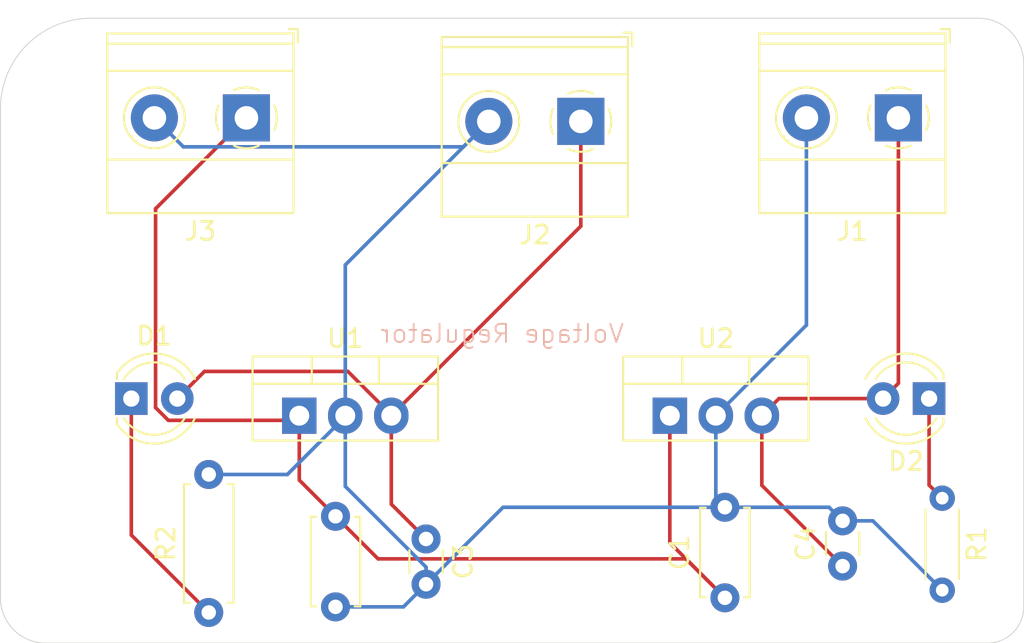
<source format=kicad_pcb>
(kicad_pcb (version 20240108) (generator "pcbnew") (generator_version "8.0")
  (layers (0 "F.Cu" signal) (31 "B.Cu" signal) (34 "B.Paste" user) (35 "F.Paste" user) (36 "B.SilkS" user "B.Silkscreen") (37 "F.SilkS" user "F.Silkscreen") (38 "B.Mask" user) (39 "F.Mask" user) (44 "Edge.Cuts" user))
  (net 0 "")
  (net 1 "+12V")
  (net 2 "GND")
  (net 3 "/9V Out")
  (net 4 "/5V Out")
  (net 5 "Net-(D1-K)")
  (net 6 "Net-(D2-K)")
  (footprint "Resistor_THT:R_Axial_DIN0204_L3.6mm_D1.6mm_P5.08mm_Horizontal" (layer "F.Cu") (at 162 79 -90)
    (property "Reference" "R1" (at 2.54 -1.92 90) (layer "F.SilkS"))
    (property "Value" "330 Ohm")
    (fp_line (start 0.62 0.92) (end 4.46 0.92) (stroke (width 0.12)) (layer "F.SilkS"))
    (fp_line (start 0.62 -0.92) (end 4.46 -0.92) (stroke (width 0.12)) (layer "F.SilkS"))
    (pad "1" thru_hole circle (at 0 0 270) (size 1.4 1.4) (drill 0.7) (layers "*.Cu" "*.Mask") (net 6 "Net-(D2-K)"))
    (pad "2" thru_hole oval (at 5.08 0 270) (size 1.4 1.4) (drill 0.7) (layers "*.Cu" "*.Mask") (net 2 "GND"))
  )
  (footprint "Capacitor_THT:C_Disc_D3.0mm_W1.6mm_P2.50mm" (layer "F.Cu") (at 156.5 82.75 90)
    (property "Reference" "C4" (at 1.25 -2.05 90) (layer "F.SilkS"))
    (property "Value" "0.1uF")
    (fp_line (start 0.621 -0.92) (end 1.879 -0.92) (stroke (width 0.12)) (layer "F.SilkS"))
    (fp_line (start 0.621 0.92) (end 1.879 0.92) (stroke (width 0.12)) (layer "F.SilkS"))
    (pad "1" thru_hole circle (at 0 0 90) (size 1.6 1.6) (drill 0.8) (layers "*.Cu" "*.Mask") (net 4 "/5V Out"))
    (pad "2" thru_hole circle (at 2.5 0 90) (size 1.6 1.6) (drill 0.8) (layers "*.Cu" "*.Mask") (net 2 "GND"))
  )
  (footprint "TerminalBlock_Phoenix:TerminalBlock_Phoenix_MKDS-1,5-2-5.08_1x02_P5.08mm_Horizontal" (layer "F.Cu") (at 142.045 58.195 180)
    (property "Reference" "J2" (at 2.54 -6.26 360) (layer "F.SilkS"))
    (property "Value" "Screw_Terminal_01x02")
    (fp_line (start 7.68 -5.261) (end 7.68 4.66) (stroke (width 0.12)) (layer "F.SilkS"))
    (fp_line (start 6.355 -1.069) (end 6.308 -1.023) (stroke (width 0.12)) (layer "F.SilkS"))
    (fp_line (start 6.15 -1.275) (end 6.115 -1.239) (stroke (width 0.12)) (layer "F.SilkS"))
    (fp_line (start 4.046 1.239) (end 4.011 1.274) (stroke (width 0.12)) (layer "F.SilkS"))
    (fp_line (start 3.853 1.023) (end 3.806 1.069) (stroke (width 0.12)) (layer "F.SilkS"))
    (fp_line (start -2.6 4.66) (end 7.68 4.66) (stroke (width 0.12)) (layer "F.SilkS"))
    (fp_line (start -2.6 4.1) (end 7.68 4.1) (stroke (width 0.12)) (layer "F.SilkS"))
    (fp_line (start -2.6 2.6) (end 7.68 2.6) (stroke (width 0.12)) (layer "F.SilkS"))
    (fp_line (start -2.6 -2.301) (end 7.68 -2.301) (stroke (width 0.12)) (layer "F.SilkS"))
    (fp_line (start -2.6 -5.261) (end 7.68 -5.261) (stroke (width 0.12)) (layer "F.SilkS"))
    (fp_line (start -2.6 -5.261) (end -2.6 4.66) (stroke (width 0.12)) (layer "F.SilkS"))
    (fp_line (start -2.84 4.9) (end -2.34 4.9) (stroke (width 0.12)) (layer "F.SilkS"))
    (fp_line (start -2.84 4.16) (end -2.84 4.9) (stroke (width 0.12)) (layer "F.SilkS"))
    (fp_arc (start 1.535427 -0.683042) (mid 1.680501 0.000524) (end 1.535 0.684) (stroke (width 0.12)) (layer "F.SilkS"))
    (fp_arc (start 0.683318 1.534756) (mid 0.349292 1.643288) (end 0 1.68) (stroke (width 0.12)) (layer "F.SilkS"))
    (fp_arc (start 0.028805 1.680253) (mid -0.335551 1.646659) (end -0.684 1.535) (stroke (width 0.12)) (layer "F.SilkS"))
    (fp_arc (start -0.683042 -1.535427) (mid 0.000524 -1.680501) (end 0.684 -1.535) (stroke (width 0.12)) (layer "F.SilkS"))
    (fp_arc (start -1.535427 0.683042) (mid -1.680501 -0.000524) (end -1.535 -0.684) (stroke (width 0.12)) (layer "F.SilkS"))
    (fp_circle (center 5.08 0) (end 6.76 0) (stroke (width 0.12)) (fill none) (layer "F.SilkS"))
    (pad "1" thru_hole rect (at 0 0 180) (size 2.6 2.6) (drill 1.3) (layers "*.Cu" "*.Mask") (net 3 "/9V Out"))
    (pad "2" thru_hole circle (at 5.08 0 180) (size 2.6 2.6) (drill 1.3) (layers "*.Cu" "*.Mask") (net 2 "GND"))
  )
  (footprint "LED_THT:LED_D4.0mm" (layer "F.Cu") (at 117.225 73.5)
    (property "Reference" "D1" (at 1.27 -3.46 0) (layer "F.SilkS"))
    (property "Value" "LED")
    (fp_line (start -0.79 -1.399) (end -0.79 -1.08) (stroke (width 0.12)) (layer "F.SilkS"))
    (fp_line (start -0.79 1.08) (end -0.79 1.399) (stroke (width 0.12)) (layer "F.SilkS"))
    (fp_arc (start -0.79 -1.398749) (mid 1.453519 -2.483228) (end 3.513242 -1.080724) (stroke (width 0.12)) (layer "F.SilkS"))
    (fp_arc (start -0.41333 -1.08) (mid 1.269429 -2) (end 2.952713 -1.080961) (stroke (width 0.12)) (layer "F.SilkS"))
    (fp_arc (start 2.952713 1.080961) (mid 1.269429 2) (end -0.41333 1.08) (stroke (width 0.12)) (layer "F.SilkS"))
    (fp_arc (start 3.513242 1.080724) (mid 1.453519 2.483228) (end -0.79 1.398749) (stroke (width 0.12)) (layer "F.SilkS"))
    (pad "1" thru_hole rect (at 0 0) (size 1.8 1.8) (drill 0.9) (layers "*.Cu" "*.Mask") (net 5 "Net-(D1-K)"))
    (pad "2" thru_hole circle (at 2.54 0) (size 1.8 1.8) (drill 0.9) (layers "*.Cu" "*.Mask") (net 3 "/9V Out"))
  )
  (footprint "Capacitor_THT:C_Disc_D4.7mm_W2.5mm_P5.00mm" (layer "F.Cu") (at 128.5 80 -90)
    (property "Reference" "C2" (hide yes))
    (property "Value" "0.33uF")
    (fp_line (start 0.03 1.37) (end 4.97 1.37) (stroke (width 0.12)) (layer "F.SilkS"))
    (fp_line (start 0.03 1.055) (end 0.03 1.37) (stroke (width 0.12)) (layer "F.SilkS"))
    (fp_line (start 4.97 1.055) (end 4.97 1.37) (stroke (width 0.12)) (layer "F.SilkS"))
    (fp_line (start 0.03 -1.37) (end 0.03 -1.055) (stroke (width 0.12)) (layer "F.SilkS"))
    (fp_line (start 0.03 -1.37) (end 4.97 -1.37) (stroke (width 0.12)) (layer "F.SilkS"))
    (fp_line (start 4.97 -1.37) (end 4.97 -1.055) (stroke (width 0.12)) (layer "F.SilkS"))
    (pad "1" thru_hole circle (at 0 0 270) (size 1.6 1.6) (drill 0.8) (layers "*.Cu" "*.Mask") (net 1 "+12V"))
    (pad "2" thru_hole circle (at 5 0 270) (size 1.6 1.6) (drill 0.8) (layers "*.Cu" "*.Mask") (net 2 "GND"))
  )
  (footprint "Resistor_THT:R_Axial_DIN0207_L6.3mm_D2.5mm_P7.62mm_Horizontal" (layer "F.Cu") (at 121.5 85.31 90)
    (property "Reference" "R2" (at 3.81 -2.37 90) (layer "F.SilkS"))
    (property "Value" "1 K ohm")
    (fp_line (start 7.08 -1.37) (end 7.08 -1.04) (stroke (width 0.12)) (layer "F.SilkS"))
    (fp_line (start 0.54 -1.37) (end 7.08 -1.37) (stroke (width 0.12)) (layer "F.SilkS"))
    (fp_line (start 0.54 -1.04) (end 0.54 -1.37) (stroke (width 0.12)) (layer "F.SilkS"))
    (fp_line (start 0.54 1.04) (end 0.54 1.37) (stroke (width 0.12)) (layer "F.SilkS"))
    (fp_line (start 7.08 1.37) (end 7.08 1.04) (stroke (width 0.12)) (layer "F.SilkS"))
    (fp_line (start 0.54 1.37) (end 7.08 1.37) (stroke (width 0.12)) (layer "F.SilkS"))
    (pad "1" thru_hole circle (at 0 0 90) (size 1.6 1.6) (drill 0.8) (layers "*.Cu" "*.Mask") (net 5 "Net-(D1-K)"))
    (pad "2" thru_hole oval (at 7.62 0 90) (size 1.6 1.6) (drill 0.8) (layers "*.Cu" "*.Mask") (net 2 "GND"))
  )
  (footprint "TerminalBlock_Phoenix:TerminalBlock_Phoenix_MKDS-1,5-2-5.08_1x02_P5.08mm_Horizontal" (layer "F.Cu") (at 123.58 58 180)
    (property "Reference" "J3" (at 2.54 -6.26 360) (layer "F.SilkS"))
    (property "Value" "Screw_Terminal_01x02")
    (fp_line (start 7.68 -5.261) (end 7.68 4.66) (stroke (width 0.12)) (layer "F.SilkS"))
    (fp_line (start 6.355 -1.069) (end 6.308 -1.023) (stroke (width 0.12)) (layer "F.SilkS"))
    (fp_line (start 6.15 -1.275) (end 6.115 -1.239) (stroke (width 0.12)) (layer "F.SilkS"))
    (fp_line (start 4.046 1.239) (end 4.011 1.274) (stroke (width 0.12)) (layer "F.SilkS"))
    (fp_line (start 3.853 1.023) (end 3.806 1.069) (stroke (width 0.12)) (layer "F.SilkS"))
    (fp_line (start -2.6 4.66) (end 7.68 4.66) (stroke (width 0.12)) (layer "F.SilkS"))
    (fp_line (start -2.6 4.1) (end 7.68 4.1) (stroke (width 0.12)) (layer "F.SilkS"))
    (fp_line (start -2.6 2.6) (end 7.68 2.6) (stroke (width 0.12)) (layer "F.SilkS"))
    (fp_line (start -2.6 -2.301) (end 7.68 -2.301) (stroke (width 0.12)) (layer "F.SilkS"))
    (fp_line (start -2.6 -5.261) (end 7.68 -5.261) (stroke (width 0.12)) (layer "F.SilkS"))
    (fp_line (start -2.6 -5.261) (end -2.6 4.66) (stroke (width 0.12)) (layer "F.SilkS"))
    (fp_line (start -2.84 4.9) (end -2.34 4.9) (stroke (width 0.12)) (layer "F.SilkS"))
    (fp_line (start -2.84 4.16) (end -2.84 4.9) (stroke (width 0.12)) (layer "F.SilkS"))
    (fp_arc (start 1.535427 -0.683042) (mid 1.680501 0.000524) (end 1.535 0.684) (stroke (width 0.12)) (layer "F.SilkS"))
    (fp_arc (start 0.683318 1.534756) (mid 0.349292 1.643288) (end 0 1.68) (stroke (width 0.12)) (layer "F.SilkS"))
    (fp_arc (start 0.028805 1.680253) (mid -0.335551 1.646659) (end -0.684 1.535) (stroke (width 0.12)) (layer "F.SilkS"))
    (fp_arc (start -0.683042 -1.535427) (mid 0.000524 -1.680501) (end 0.684 -1.535) (stroke (width 0.12)) (layer "F.SilkS"))
    (fp_arc (start -1.535427 0.683042) (mid -1.680501 -0.000524) (end -1.535 -0.684) (stroke (width 0.12)) (layer "F.SilkS"))
    (fp_circle (center 5.08 0) (end 6.76 0) (stroke (width 0.12)) (fill none) (layer "F.SilkS"))
    (pad "1" thru_hole rect (at 0 0 180) (size 2.6 2.6) (drill 1.3) (layers "*.Cu" "*.Mask") (net 1 "+12V"))
    (pad "2" thru_hole circle (at 5.08 0 180) (size 2.6 2.6) (drill 1.3) (layers "*.Cu" "*.Mask") (net 2 "GND"))
  )
  (footprint "LED_THT:LED_D4.0mm" (layer "F.Cu") (at 161.275 73.5 180)
    (property "Reference" "D2" (at 1.27 -3.46 360) (layer "F.SilkS"))
    (property "Value" "LED")
    (fp_line (start -0.79 1.08) (end -0.79 1.399) (stroke (width 0.12)) (layer "F.SilkS"))
    (fp_line (start -0.79 -1.399) (end -0.79 -1.08) (stroke (width 0.12)) (layer "F.SilkS"))
    (fp_arc (start 3.513242 1.080724) (mid 1.453519 2.483228) (end -0.79 1.398749) (stroke (width 0.12)) (layer "F.SilkS"))
    (fp_arc (start 2.952713 1.080961) (mid 1.269429 2) (end -0.41333 1.08) (stroke (width 0.12)) (layer "F.SilkS"))
    (fp_arc (start -0.41333 -1.08) (mid 1.269429 -2) (end 2.952713 -1.080961) (stroke (width 0.12)) (layer "F.SilkS"))
    (fp_arc (start -0.79 -1.398749) (mid 1.453519 -2.483228) (end 3.513242 -1.080724) (stroke (width 0.12)) (layer "F.SilkS"))
    (pad "1" thru_hole rect (at 0 0 180) (size 1.8 1.8) (drill 0.9) (layers "*.Cu" "*.Mask") (net 6 "Net-(D2-K)"))
    (pad "2" thru_hole circle (at 2.54 0 180) (size 1.8 1.8) (drill 0.9) (layers "*.Cu" "*.Mask") (net 4 "/5V Out"))
  )
  (footprint "Package_TO_SOT_THT:TO-220-3_Vertical" (layer "F.Cu") (at 126.5 74.445)
    (property "Reference" "U1" (at 2.54 -4.27 0) (layer "F.SilkS"))
    (property "Value" "L7809")
    (fp_line (start -2.58 -3.27) (end -2.58 1.371) (stroke (width 0.12)) (layer "F.SilkS"))
    (fp_line (start -2.58 -3.27) (end 7.66 -3.27) (stroke (width 0.12)) (layer "F.SilkS"))
    (fp_line (start -2.58 -1.76) (end 7.66 -1.76) (stroke (width 0.12)) (layer "F.SilkS"))
    (fp_line (start -2.58 1.371) (end 7.66 1.371) (stroke (width 0.12)) (layer "F.SilkS"))
    (fp_line (start 0.69 -3.27) (end 0.69 -1.76) (stroke (width 0.12)) (layer "F.SilkS"))
    (fp_line (start 4.391 -3.27) (end 4.391 -1.76) (stroke (width 0.12)) (layer "F.SilkS"))
    (fp_line (start 7.66 -3.27) (end 7.66 1.371) (stroke (width 0.12)) (layer "F.SilkS"))
    (pad "1" thru_hole rect (at 0 0) (size 1.905 2) (drill 1.1) (layers "*.Cu" "*.Mask") (net 1 "+12V"))
    (pad "2" thru_hole oval (at 2.54 0) (size 1.905 2) (drill 1.1) (layers "*.Cu" "*.Mask") (net 2 "GND"))
    (pad "3" thru_hole oval (at 5.08 0) (size 1.905 2) (drill 1.1) (layers "*.Cu" "*.Mask") (net 3 "/9V Out"))
  )
  (footprint "Capacitor_THT:C_Disc_D3.0mm_W1.6mm_P2.50mm" (layer "F.Cu") (at 133.5 81.25 -90)
    (property "Reference" "C3" (at 1.25 -2.05 90) (layer "F.SilkS"))
    (property "Value" "0.1uF")
    (fp_line (start 0.621 0.92) (end 1.879 0.92) (stroke (width 0.12)) (layer "F.SilkS"))
    (fp_line (start 0.621 -0.92) (end 1.879 -0.92) (stroke (width 0.12)) (layer "F.SilkS"))
    (pad "1" thru_hole circle (at 0 0 270) (size 1.6 1.6) (drill 0.8) (layers "*.Cu" "*.Mask") (net 3 "/9V Out"))
    (pad "2" thru_hole circle (at 2.5 0 270) (size 1.6 1.6) (drill 0.8) (layers "*.Cu" "*.Mask") (net 2 "GND"))
  )
  (footprint "TerminalBlock_Phoenix:TerminalBlock_Phoenix_MKDS-1,5-2-5.08_1x02_P5.08mm_Horizontal" (layer "F.Cu") (at 159.58 58 180)
    (property "Reference" "J1" (at 2.54 -6.26 360) (layer "F.SilkS"))
    (property "Value" "Screw_Terminal_01x02")
    (fp_line (start 7.68 -5.261) (end 7.68 4.66) (stroke (width 0.12)) (layer "F.SilkS"))
    (fp_line (start 6.355 -1.069) (end 6.308 -1.023) (stroke (width 0.12)) (layer "F.SilkS"))
    (fp_line (start 6.15 -1.275) (end 6.115 -1.239) (stroke (width 0.12)) (layer "F.SilkS"))
    (fp_line (start 4.046 1.239) (end 4.011 1.274) (stroke (width 0.12)) (layer "F.SilkS"))
    (fp_line (start 3.853 1.023) (end 3.806 1.069) (stroke (width 0.12)) (layer "F.SilkS"))
    (fp_line (start -2.6 4.66) (end 7.68 4.66) (stroke (width 0.12)) (layer "F.SilkS"))
    (fp_line (start -2.6 4.1) (end 7.68 4.1) (stroke (width 0.12)) (layer "F.SilkS"))
    (fp_line (start -2.6 2.6) (end 7.68 2.6) (stroke (width 0.12)) (layer "F.SilkS"))
    (fp_line (start -2.6 -2.301) (end 7.68 -2.301) (stroke (width 0.12)) (layer "F.SilkS"))
    (fp_line (start -2.6 -5.261) (end 7.68 -5.261) (stroke (width 0.12)) (layer "F.SilkS"))
    (fp_line (start -2.6 -5.261) (end -2.6 4.66) (stroke (width 0.12)) (layer "F.SilkS"))
    (fp_line (start -2.84 4.9) (end -2.34 4.9) (stroke (width 0.12)) (layer "F.SilkS"))
    (fp_line (start -2.84 4.16) (end -2.84 4.9) (stroke (width 0.12)) (layer "F.SilkS"))
    (fp_arc (start 1.535427 -0.683042) (mid 1.680501 0.000524) (end 1.535 0.684) (stroke (width 0.12)) (layer "F.SilkS"))
    (fp_arc (start 0.683318 1.534756) (mid 0.349292 1.643288) (end 0 1.68) (stroke (width 0.12)) (layer "F.SilkS"))
    (fp_arc (start 0.028805 1.680253) (mid -0.335551 1.646659) (end -0.684 1.535) (stroke (width 0.12)) (layer "F.SilkS"))
    (fp_arc (start -0.683042 -1.535427) (mid 0.000524 -1.680501) (end 0.684 -1.535) (stroke (width 0.12)) (layer "F.SilkS"))
    (fp_arc (start -1.535427 0.683042) (mid -1.680501 -0.000524) (end -1.535 -0.684) (stroke (width 0.12)) (layer "F.SilkS"))
    (fp_circle (center 5.08 0) (end 6.76 0) (stroke (width 0.12)) (fill none) (layer "F.SilkS"))
    (pad "1" thru_hole rect (at 0 0 180) (size 2.6 2.6) (drill 1.3) (layers "*.Cu" "*.Mask") (net 4 "/5V Out"))
    (pad "2" thru_hole circle (at 5.08 0 180) (size 2.6 2.6) (drill 1.3) (layers "*.Cu" "*.Mask") (net 2 "GND"))
  )
  (footprint "Package_TO_SOT_THT:TO-220-3_Vertical" (layer "F.Cu") (at 146.96 74.445)
    (property "Reference" "U2" (at 2.54 -4.27 360) (layer "F.SilkS"))
    (property "Value" "L7805")
    (fp_line (start -2.58 -3.27) (end -2.58 1.371) (stroke (width 0.12)) (layer "F.SilkS"))
    (fp_line (start -2.58 -3.27) (end 7.66 -3.27) (stroke (width 0.12)) (layer "F.SilkS"))
    (fp_line (start -2.58 -1.76) (end 7.66 -1.76) (stroke (width 0.12)) (layer "F.SilkS"))
    (fp_line (start -2.58 1.371) (end 7.66 1.371) (stroke (width 0.12)) (layer "F.SilkS"))
    (fp_line (start 0.69 -3.27) (end 0.69 -1.76) (stroke (width 0.12)) (layer "F.SilkS"))
    (fp_line (start 4.391 -3.27) (end 4.391 -1.76) (stroke (width 0.12)) (layer "F.SilkS"))
    (fp_line (start 7.66 -3.27) (end 7.66 1.371) (stroke (width 0.12)) (layer "F.SilkS"))
    (pad "1" thru_hole rect (at 0 0) (size 1.905 2) (drill 1.1) (layers "*.Cu" "*.Mask") (net 1 "+12V"))
    (pad "2" thru_hole oval (at 2.54 0) (size 1.905 2) (drill 1.1) (layers "*.Cu" "*.Mask") (net 2 "GND"))
    (pad "3" thru_hole oval (at 5.08 0) (size 1.905 2) (drill 1.1) (layers "*.Cu" "*.Mask") (net 4 "/5V Out"))
  )
  (footprint "Capacitor_THT:C_Disc_D4.7mm_W2.5mm_P5.00mm" (layer "F.Cu") (at 150 84.5 90)
    (property "Reference" "C1" (at 2.5 -2.5 90) (layer "F.SilkS"))
    (property "Value" "0.33uF")
    (fp_line (start 4.97 -1.37) (end 4.97 -1.055) (stroke (width 0.12)) (layer "F.SilkS"))
    (fp_line (start 0.03 -1.37) (end 4.97 -1.37) (stroke (width 0.12)) (layer "F.SilkS"))
    (fp_line (start 0.03 -1.37) (end 0.03 -1.055) (stroke (width 0.12)) (layer "F.SilkS"))
    (fp_line (start 4.97 1.055) (end 4.97 1.37) (stroke (width 0.12)) (layer "F.SilkS"))
    (fp_line (start 0.03 1.055) (end 0.03 1.37) (stroke (width 0.12)) (layer "F.SilkS"))
    (fp_line (start 0.03 1.37) (end 4.97 1.37) (stroke (width 0.12)) (layer "F.SilkS"))
    (pad "1" thru_hole circle (at 0 0 90) (size 1.6 1.6) (drill 0.8) (layers "*.Cu" "*.Mask") (net 1 "+12V"))
    (pad "2" thru_hole circle (at 5 0 90) (size 1.6 1.6) (drill 0.8) (layers "*.Cu" "*.Mask") (net 2 "GND"))
  )
  (gr_arc (start 110 57.5) (mid 111.464466 53.964466) (end 115 52.5) (stroke (width 0.05)) (layer "Edge.Cuts"))
  (gr_arc (start 112.5 87) (mid 110.732233 86.267767) (end 110 84.5) (stroke (width 0.05)) (layer "Edge.Cuts"))
  (gr_line (start 115 52.5) (end 164 52.5) (stroke (width 0.05)) (layer "Edge.Cuts"))
  (gr_line (start 110 84.5) (end 110 57.5) (stroke (width 0.05)) (layer "Edge.Cuts"))
  (gr_line (start 166.5 55) (end 166.5 85) (stroke (width 0.05)) (layer "Edge.Cuts"))
  (gr_line (start 164.5 87) (end 112.5 87) (stroke (width 0.05)) (layer "Edge.Cuts"))
  (gr_arc (start 164 52.5) (mid 165.767767 53.232233) (end 166.5 55) (stroke (width 0.05)) (layer "Edge.Cuts"))
  (gr_arc (start 166.5 85) (mid 165.914214 86.414214) (end 164.5 87) (stroke (width 0.05)) (layer "Edge.Cuts"))
  (gr_text "Voltage Regulator" (at 144.5 70.5 0) (layer "B.SilkS") (effects (font (size 1 1) (thickness 0.1)) (justify left bottom mirror)))
  (segment (start 123.58 58) (end 118.565 63.015) (width 0.2) (layer "F.Cu") (net 1))
  (segment (start 150 84.5) (end 147.85 82.35) (width 0.2) (layer "F.Cu") (net 1))
  (segment (start 119.267943 74.7) (end 126.245 74.7) (width 0.2) (layer "F.Cu") (net 1))
  (segment (start 130.85 82.35) (end 128.5 80) (width 0.2) (layer "F.Cu") (net 1))
  (segment (start 147.85 82.35) (end 130.85 82.35) (width 0.2) (layer "F.Cu") (net 1))
  (segment (start 126.5 78) (end 128.5 80) (width 0.2) (layer "F.Cu") (net 1))
  (segment (start 126.5 74.445) (end 126.5 78) (width 0.2) (layer "F.Cu") (net 1))
  (segment (start 146.96 74.445) (end 146.96 81.46) (width 0.2) (layer "F.Cu") (net 1))
  (segment (start 118.565 63.015) (end 118.565 73.997057) (width 0.2) (layer "F.Cu") (net 1))
  (segment (start 118.565 73.997057) (end 119.267943 74.7) (width 0.2) (layer "F.Cu") (net 1))
  (segment (start 146.96 81.46) (end 150 84.5) (width 0.2) (layer "F.Cu") (net 1))
  (segment (start 126.245 74.7) (end 126.5 74.445) (width 0.2) (layer "F.Cu") (net 1))
  (segment (start 132.25 85) (end 128.5 85) (width 0.2) (layer "B.Cu") (net 2))
  (segment (start 150 79.5) (end 137.75 79.5) (width 0.2) (layer "B.Cu") (net 2))
  (segment (start 125.8425 77.69) (end 121.5 77.69) (width 0.2) (layer "B.Cu") (net 2))
  (segment (start 134.125 83.125) (end 133.5 83.75) (width 0.2) (layer "B.Cu") (net 2))
  (segment (start 129.04 74.4925) (end 125.8425 77.69) (width 0.2) (layer "B.Cu") (net 2))
  (segment (start 120.1 59.6) (end 118.5 58) (width 0.2) (layer "B.Cu") (net 2))
  (segment (start 133.5 83.75) (end 133.5 82.805635) (width 0.2) (layer "B.Cu") (net 2))
  (segment (start 135.56 59.6) (end 120.1 59.6) (width 0.2) (layer "B.Cu") (net 2))
  (segment (start 155.75 79.5) (end 156.5 80.25) (width 0.2) (layer "B.Cu") (net 2))
  (segment (start 129.04 66.12) (end 129.04 74.445) (width 0.2) (layer "B.Cu") (net 2))
  (segment (start 154.5 69.445) (end 149.5 74.445) (width 0.2) (layer "B.Cu") (net 2))
  (segment (start 158.17 80.25) (end 162 84.08) (width 0.2) (layer "B.Cu") (net 2))
  (segment (start 154.5 58) (end 154.5 69.445) (width 0.2) (layer "B.Cu") (net 2))
  (segment (start 129.04 74.445) (end 129.04 74.4925) (width 0.2) (layer "B.Cu") (net 2))
  (segment (start 149.5 74.445) (end 149.5 79) (width 0.2) (layer "B.Cu") (net 2))
  (segment (start 133.5 82.805635) (end 129.04 78.345635) (width 0.2) (layer "B.Cu") (net 2))
  (segment (start 150 79.5) (end 155.75 79.5) (width 0.2) (layer "B.Cu") (net 2))
  (segment (start 129.04 78.345635) (end 129.04 74.445) (width 0.2) (layer "B.Cu") (net 2))
  (segment (start 149.5 79) (end 150 79.5) (width 0.2) (layer "B.Cu") (net 2))
  (segment (start 134.125 83.125) (end 132.25 85) (width 0.2) (layer "B.Cu") (net 2))
  (segment (start 136.965 58.195) (end 129.04 66.12) (width 0.2) (layer "B.Cu") (net 2))
  (segment (start 136.965 58.195) (end 135.56 59.6) (width 0.2) (layer "B.Cu") (net 2))
  (segment (start 137.75 79.5) (end 134.125 83.125) (width 0.2) (layer "B.Cu") (net 2))
  (segment (start 156.5 80.25) (end 158.17 80.25) (width 0.2) (layer "B.Cu") (net 2))
  (segment (start 131.58 74.445) (end 131.58 79.33) (width 0.2) (layer "F.Cu") (net 3))
  (segment (start 142.045 63.98) (end 131.58 74.445) (width 0.2) (layer "F.Cu") (net 3))
  (segment (start 131.58 74.445) (end 131.58 74.3975) (width 0.2) (layer "F.Cu") (net 3))
  (segment (start 129.1825 72) (end 121.265 72) (width 0.2) (layer "F.Cu") (net 3))
  (segment (start 142.045 58.195) (end 142.045 63.98) (width 0.2) (layer "F.Cu") (net 3))
  (segment (start 131.58 74.3975) (end 129.1825 72) (width 0.2) (layer "F.Cu") (net 3))
  (segment (start 121.265 72) (end 119.765 73.5) (width 0.2) (layer "F.Cu") (net 3))
  (segment (start 131.58 79.33) (end 133.5 81.25) (width 0.2) (layer "F.Cu") (net 3))
  (segment (start 152.04 78.29) (end 156.5 82.75) (width 0.2) (layer "F.Cu") (net 4))
  (segment (start 152.985 73.5) (end 152.04 74.445) (width 0.2) (layer "F.Cu") (net 4))
  (segment (start 159.58 72.655) (end 158.735 73.5) (width 0.2) (layer "F.Cu") (net 4))
  (segment (start 159.58 58) (end 159.58 72.655) (width 0.2) (layer "F.Cu") (net 4))
  (segment (start 152.04 74.445) (end 152.04 78.29) (width 0.2) (layer "F.Cu") (net 4))
  (segment (start 158.735 73.5) (end 152.985 73.5) (width 0.2) (layer "F.Cu") (net 4))
  (segment (start 117.225 73.5) (end 117.225 81.035) (width 0.2) (layer "F.Cu") (net 5))
  (segment (start 117.225 81.035) (end 121.5 85.31) (width 0.2) (layer "F.Cu") (net 5))
  (segment (start 161.275 78.275) (end 162 79) (width 0.2) (layer "F.Cu") (net 6))
  (segment (start 161.275 73.5) (end 161.275 78.275) (width 0.2) (layer "F.Cu") (net 6))
)
</source>
